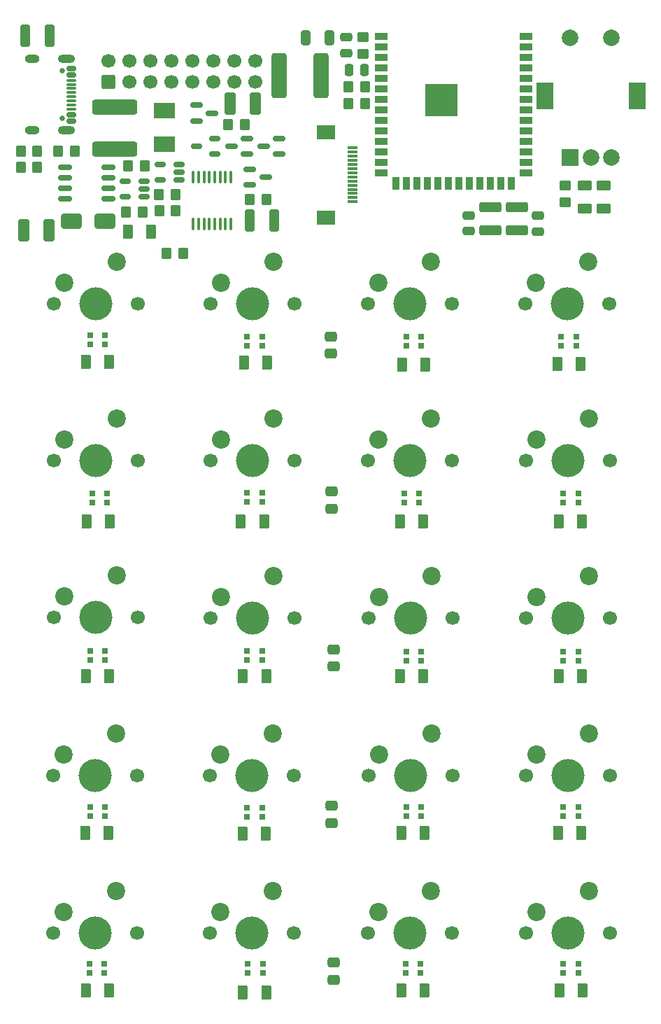
<source format=gbr>
%TF.GenerationSoftware,KiCad,Pcbnew,8.0.8-8.0.8-0~ubuntu22.04.1*%
%TF.CreationDate,2025-02-03T23:53:40+00:00*%
%TF.ProjectId,numcalcium,6e756d63-616c-4636-9975-6d2e6b696361,rev?*%
%TF.SameCoordinates,Original*%
%TF.FileFunction,Soldermask,Top*%
%TF.FilePolarity,Negative*%
%FSLAX46Y46*%
G04 Gerber Fmt 4.6, Leading zero omitted, Abs format (unit mm)*
G04 Created by KiCad (PCBNEW 8.0.8-8.0.8-0~ubuntu22.04.1) date 2025-02-03 23:53:40*
%MOMM*%
%LPD*%
G01*
G04 APERTURE LIST*
G04 Aperture macros list*
%AMRoundRect*
0 Rectangle with rounded corners*
0 $1 Rounding radius*
0 $2 $3 $4 $5 $6 $7 $8 $9 X,Y pos of 4 corners*
0 Add a 4 corners polygon primitive as box body*
4,1,4,$2,$3,$4,$5,$6,$7,$8,$9,$2,$3,0*
0 Add four circle primitives for the rounded corners*
1,1,$1+$1,$2,$3*
1,1,$1+$1,$4,$5*
1,1,$1+$1,$6,$7*
1,1,$1+$1,$8,$9*
0 Add four rect primitives between the rounded corners*
20,1,$1+$1,$2,$3,$4,$5,0*
20,1,$1+$1,$4,$5,$6,$7,0*
20,1,$1+$1,$6,$7,$8,$9,0*
20,1,$1+$1,$8,$9,$2,$3,0*%
G04 Aperture macros list end*
%ADD10RoundRect,0.250000X0.600000X-0.600000X0.600000X0.600000X-0.600000X0.600000X-0.600000X-0.600000X0*%
%ADD11C,1.700000*%
%ADD12R,2.000000X2.000000*%
%ADD13C,2.000000*%
%ADD14R,2.000000X3.200000*%
%ADD15C,4.000000*%
%ADD16C,2.200000*%
%ADD17R,0.700000X0.700000*%
%ADD18RoundRect,0.150000X0.512500X0.150000X-0.512500X0.150000X-0.512500X-0.150000X0.512500X-0.150000X0*%
%ADD19RoundRect,0.250000X0.375000X0.625000X-0.375000X0.625000X-0.375000X-0.625000X0.375000X-0.625000X0*%
%ADD20RoundRect,0.250000X-0.350000X-0.450000X0.350000X-0.450000X0.350000X0.450000X-0.350000X0.450000X0*%
%ADD21RoundRect,0.100000X0.100000X-0.637500X0.100000X0.637500X-0.100000X0.637500X-0.100000X-0.637500X0*%
%ADD22RoundRect,0.250000X0.650000X2.450000X-0.650000X2.450000X-0.650000X-2.450000X0.650000X-2.450000X0*%
%ADD23RoundRect,0.250000X0.350000X0.450000X-0.350000X0.450000X-0.350000X-0.450000X0.350000X-0.450000X0*%
%ADD24RoundRect,0.250000X0.475000X-0.337500X0.475000X0.337500X-0.475000X0.337500X-0.475000X-0.337500X0*%
%ADD25RoundRect,0.250000X0.412500X1.100000X-0.412500X1.100000X-0.412500X-1.100000X0.412500X-1.100000X0*%
%ADD26RoundRect,0.250000X-0.475000X0.250000X-0.475000X-0.250000X0.475000X-0.250000X0.475000X0.250000X0*%
%ADD27RoundRect,0.150000X0.587500X0.150000X-0.587500X0.150000X-0.587500X-0.150000X0.587500X-0.150000X0*%
%ADD28RoundRect,0.250000X0.625000X-0.375000X0.625000X0.375000X-0.625000X0.375000X-0.625000X-0.375000X0*%
%ADD29RoundRect,0.250000X-0.375000X-0.625000X0.375000X-0.625000X0.375000X0.625000X-0.375000X0.625000X0*%
%ADD30RoundRect,0.250000X0.325000X0.650000X-0.325000X0.650000X-0.325000X-0.650000X0.325000X-0.650000X0*%
%ADD31RoundRect,0.150000X-0.587500X-0.150000X0.587500X-0.150000X0.587500X0.150000X-0.587500X0.150000X0*%
%ADD32C,0.650000*%
%ADD33RoundRect,0.150000X-0.425000X0.150000X-0.425000X-0.150000X0.425000X-0.150000X0.425000X0.150000X0*%
%ADD34RoundRect,0.075000X-0.500000X0.075000X-0.500000X-0.075000X0.500000X-0.075000X0.500000X0.075000X0*%
%ADD35O,2.100000X1.000000*%
%ADD36O,1.800000X1.000000*%
%ADD37R,2.500000X1.900000*%
%ADD38R,1.500000X0.900000*%
%ADD39R,0.900000X1.500000*%
%ADD40C,0.600000*%
%ADD41R,3.900000X3.900000*%
%ADD42RoundRect,0.250000X1.000000X0.650000X-1.000000X0.650000X-1.000000X-0.650000X1.000000X-0.650000X0*%
%ADD43RoundRect,0.250000X1.075000X-0.375000X1.075000X0.375000X-1.075000X0.375000X-1.075000X-0.375000X0*%
%ADD44RoundRect,0.250000X0.325000X1.100000X-0.325000X1.100000X-0.325000X-1.100000X0.325000X-1.100000X0*%
%ADD45RoundRect,0.250000X-0.412500X-1.100000X0.412500X-1.100000X0.412500X1.100000X-0.412500X1.100000X0*%
%ADD46RoundRect,0.250000X-0.450000X0.350000X-0.450000X-0.350000X0.450000X-0.350000X0.450000X0.350000X0*%
%ADD47RoundRect,0.250000X-2.450000X0.650000X-2.450000X-0.650000X2.450000X-0.650000X2.450000X0.650000X0*%
%ADD48RoundRect,0.150000X0.675000X0.150000X-0.675000X0.150000X-0.675000X-0.150000X0.675000X-0.150000X0*%
%ADD49RoundRect,0.250000X-1.075000X0.375000X-1.075000X-0.375000X1.075000X-0.375000X1.075000X0.375000X0*%
%ADD50RoundRect,0.250000X0.250000X0.475000X-0.250000X0.475000X-0.250000X-0.475000X0.250000X-0.475000X0*%
%ADD51R,1.300000X0.300000*%
%ADD52R,2.200000X1.800000*%
G04 APERTURE END LIST*
D10*
%TO.C,J7*%
X11192000Y-4520843D03*
D11*
X11192000Y-1980843D03*
X13732000Y-4520843D03*
X13732000Y-1980843D03*
X16272000Y-4520843D03*
X16272000Y-1980843D03*
X18812000Y-4520843D03*
X18812000Y-1980843D03*
X21352000Y-4520843D03*
X21352000Y-1980843D03*
X23892000Y-4520843D03*
X23892000Y-1980843D03*
X26432000Y-4520843D03*
X26432000Y-1980843D03*
X28972000Y-4520843D03*
X28972000Y-1980843D03*
%TD*%
D12*
%TO.C,SW21*%
X67071603Y-13716567D03*
D13*
X72071603Y-13716567D03*
X69571603Y-13716567D03*
D14*
X63971603Y-6216567D03*
X75171603Y-6216567D03*
D13*
X72071603Y783433D03*
X67071603Y783433D03*
%TD*%
D11*
%TO.C,SW11*%
X42650000Y-69363000D03*
D15*
X47730000Y-69363000D03*
D11*
X52810000Y-69363000D03*
D16*
X50270000Y-64283000D03*
X43920000Y-66823000D03*
%TD*%
D11*
%TO.C,SW13*%
X4595000Y-50314000D03*
D15*
X9675000Y-50314000D03*
D11*
X14755000Y-50314000D03*
D16*
X12215000Y-45234000D03*
X5865000Y-47774000D03*
%TD*%
D11*
%TO.C,SW9*%
X4535000Y-69329000D03*
D15*
X9615000Y-69329000D03*
D11*
X14695000Y-69329000D03*
D16*
X12155000Y-64249000D03*
X5805000Y-66789000D03*
%TD*%
D11*
%TO.C,SW8*%
X61700000Y-88413000D03*
D15*
X66780000Y-88413000D03*
D11*
X71860000Y-88413000D03*
D16*
X69320000Y-83333000D03*
X62970000Y-85873000D03*
%TD*%
%TO.C,SW4*%
X62982000Y-104924000D03*
X69332000Y-102384000D03*
D11*
X71872000Y-107464000D03*
D15*
X66792000Y-107464000D03*
D11*
X61712000Y-107464000D03*
%TD*%
%TO.C,SW15*%
X42568000Y-50314000D03*
D15*
X47648000Y-50314000D03*
D11*
X52728000Y-50314000D03*
D16*
X50188000Y-45234000D03*
X43838000Y-47774000D03*
%TD*%
D11*
%TO.C,SW16*%
X61745000Y-50314000D03*
D15*
X66825000Y-50314000D03*
D11*
X71905000Y-50314000D03*
D16*
X69365000Y-45234000D03*
X63015000Y-47774000D03*
%TD*%
D11*
%TO.C,SW18*%
X23518000Y-31391000D03*
D15*
X28598000Y-31391000D03*
D11*
X33678000Y-31391000D03*
D16*
X31138000Y-26311000D03*
X24788000Y-28851000D03*
%TD*%
D11*
%TO.C,SW19*%
X42568000Y-31391000D03*
D15*
X47648000Y-31391000D03*
D11*
X52728000Y-31391000D03*
D16*
X50188000Y-26311000D03*
X43838000Y-28851000D03*
%TD*%
%TO.C,SW1*%
X5778000Y-104924000D03*
X12128000Y-102384000D03*
D11*
X14668000Y-107464000D03*
D15*
X9588000Y-107464000D03*
D11*
X4508000Y-107464000D03*
%TD*%
%TO.C,SW7*%
X42650000Y-88413000D03*
D15*
X47730000Y-88413000D03*
D11*
X52810000Y-88413000D03*
D16*
X50270000Y-83333000D03*
X43920000Y-85873000D03*
%TD*%
D11*
%TO.C,SW10*%
X23518000Y-69363000D03*
D15*
X28598000Y-69363000D03*
D11*
X33678000Y-69363000D03*
D16*
X31138000Y-64283000D03*
X24788000Y-66823000D03*
%TD*%
%TO.C,SW3*%
X43878000Y-104924000D03*
X50228000Y-102384000D03*
D11*
X52768000Y-107464000D03*
D15*
X47688000Y-107464000D03*
D11*
X42608000Y-107464000D03*
%TD*%
%TO.C,SW12*%
X61745000Y-69364000D03*
D15*
X66825000Y-69364000D03*
D11*
X71905000Y-69364000D03*
D16*
X69365000Y-64284000D03*
X63015000Y-66824000D03*
%TD*%
D11*
%TO.C,SW14*%
X23518000Y-50314000D03*
D15*
X28598000Y-50314000D03*
D11*
X33678000Y-50314000D03*
D16*
X31138000Y-45234000D03*
X24788000Y-47774000D03*
%TD*%
D11*
%TO.C,SW6*%
X23473000Y-88413000D03*
D15*
X28553000Y-88413000D03*
D11*
X33633000Y-88413000D03*
D16*
X31093000Y-83333000D03*
X24743000Y-85873000D03*
%TD*%
%TO.C,SW2*%
X24755000Y-104924000D03*
X31105000Y-102384000D03*
D11*
X33645000Y-107464000D03*
D15*
X28565000Y-107464000D03*
D11*
X23485000Y-107464000D03*
%TD*%
%TO.C,SW17*%
X4595000Y-31391000D03*
D15*
X9675000Y-31391000D03*
D11*
X14755000Y-31391000D03*
D16*
X12215000Y-26311000D03*
X5865000Y-28851000D03*
%TD*%
D11*
%TO.C,SW20*%
X61658000Y-31391000D03*
D15*
X66738000Y-31391000D03*
D11*
X71818000Y-31391000D03*
D16*
X69278000Y-26311000D03*
X62928000Y-28851000D03*
%TD*%
D11*
%TO.C,SW5*%
X4508000Y-88414000D03*
D15*
X9588000Y-88414000D03*
D11*
X14668000Y-88414000D03*
D16*
X12128000Y-83334000D03*
X5778000Y-85874000D03*
%TD*%
D17*
%TO.C,D38*%
X27952879Y-36410843D03*
X27952879Y-35310843D03*
X29782879Y-35310843D03*
X29782879Y-36410843D03*
%TD*%
D18*
%TO.C,U1*%
X15501379Y-18430843D03*
X15501379Y-17480843D03*
X15501379Y-16530843D03*
X13226379Y-16530843D03*
X13226379Y-18430843D03*
%TD*%
D19*
%TO.C,D1*%
X11265879Y-114416843D03*
X8465879Y-114416843D03*
%TD*%
D20*
%TO.C,R10*%
X28292000Y-18764000D03*
X30292000Y-18764000D03*
%TD*%
D21*
%TO.C,U3*%
X21432879Y-16018343D03*
X22082879Y-16018343D03*
X22732879Y-16018343D03*
X23382879Y-16018343D03*
X24032879Y-16018343D03*
X24682879Y-16018343D03*
X25332879Y-16018343D03*
X25982879Y-16018343D03*
X25982879Y-21743343D03*
X25332879Y-21743343D03*
X24682879Y-21743343D03*
X24032879Y-21743343D03*
X23382879Y-21743343D03*
X22732879Y-21743343D03*
X22082879Y-21743343D03*
X21432879Y-21743343D03*
%TD*%
D22*
%TO.C,C6*%
X36947479Y-3788043D03*
X31847479Y-3788043D03*
%TD*%
D23*
%TO.C,R17*%
X2555879Y-14862443D03*
X555879Y-14862443D03*
%TD*%
D24*
%TO.C,C17*%
X38457879Y-75238343D03*
X38457879Y-73163343D03*
%TD*%
D20*
%TO.C,R5*%
X40215879Y-7116843D03*
X42215879Y-7116843D03*
%TD*%
D19*
%TO.C,D4*%
X68565879Y-114416843D03*
X65765879Y-114416843D03*
%TD*%
%TO.C,D20*%
X68315879Y-38616843D03*
X65515879Y-38616843D03*
%TD*%
%TO.C,D5*%
X11165879Y-95416843D03*
X8365879Y-95416843D03*
%TD*%
D17*
%TO.C,D36*%
X66202879Y-55410843D03*
X66202879Y-54310843D03*
X68032879Y-54310843D03*
X68032879Y-55410843D03*
%TD*%
D19*
%TO.C,D9*%
X11265879Y-76416843D03*
X8465879Y-76416843D03*
%TD*%
D25*
%TO.C,C22*%
X890879Y-22480843D03*
X4015879Y-22480843D03*
%TD*%
D19*
%TO.C,D12*%
X68515879Y-76416843D03*
X65715879Y-76416843D03*
%TD*%
%TO.C,D18*%
X30365879Y-38516843D03*
X27565879Y-38516843D03*
%TD*%
D26*
%TO.C,C8*%
X39995479Y870357D03*
X39995479Y-1029643D03*
%TD*%
D27*
%TO.C,Q3*%
X27929500Y-13264000D03*
X27929500Y-11364000D03*
X26054500Y-12314000D03*
%TD*%
D17*
%TO.C,D40*%
X65952879Y-36410843D03*
X65952879Y-35310843D03*
X67782879Y-35310843D03*
X67782879Y-36410843D03*
%TD*%
D28*
%TO.C,D46*%
X71107879Y-19880843D03*
X71107879Y-17080843D03*
%TD*%
D29*
%TO.C,D44*%
X13507879Y-22680843D03*
X16307879Y-22680843D03*
%TD*%
D19*
%TO.C,D10*%
X30265879Y-76416843D03*
X27465879Y-76416843D03*
%TD*%
D17*
%TO.C,D39*%
X47202879Y-36410843D03*
X47202879Y-35310843D03*
X49032879Y-35310843D03*
X49032879Y-36410843D03*
%TD*%
D24*
%TO.C,C18*%
X38192000Y-94180843D03*
X38192000Y-92105843D03*
%TD*%
%TO.C,C14*%
X38092000Y-37385843D03*
X38092000Y-35310843D03*
%TD*%
D30*
%TO.C,C7*%
X37967000Y836000D03*
X35017000Y836000D03*
%TD*%
D31*
%TO.C,Q1*%
X21854500Y-7351500D03*
X21854500Y-9251500D03*
X23729500Y-8301500D03*
%TD*%
D32*
%TO.C,J6*%
X5587879Y-3190843D03*
X5587879Y-8970843D03*
D33*
X6662879Y-2880843D03*
X6662879Y-3680843D03*
D34*
X6662879Y-4830843D03*
X6662879Y-5830843D03*
X6662879Y-6330843D03*
X6662879Y-7330843D03*
D33*
X6662879Y-8480843D03*
X6662879Y-9280843D03*
X6662879Y-9280843D03*
X6662879Y-8480843D03*
D34*
X6662879Y-7830843D03*
X6662879Y-6830843D03*
X6662879Y-5330843D03*
X6662879Y-4330843D03*
D33*
X6662879Y-3680843D03*
X6662879Y-2880843D03*
D35*
X6087879Y-1760843D03*
D36*
X1907879Y-1760843D03*
D35*
X6087879Y-10400843D03*
D36*
X1907879Y-10400843D03*
%TD*%
D37*
%TO.C,L1*%
X17907879Y-12080843D03*
X17907879Y-7980843D03*
%TD*%
D19*
%TO.C,D16*%
X68515879Y-57716843D03*
X65715879Y-57716843D03*
%TD*%
D38*
%TO.C,U4*%
X44217668Y957277D03*
X44217668Y-312723D03*
X44217668Y-1582723D03*
X44217668Y-2852723D03*
X44217668Y-4122723D03*
X44217668Y-5392723D03*
X44217668Y-6662723D03*
X44217668Y-7932723D03*
X44217668Y-9202723D03*
X44217668Y-10472723D03*
X44217668Y-11742723D03*
X44217668Y-13012723D03*
X44217668Y-14282723D03*
X44217668Y-15552723D03*
D39*
X45982668Y-16802723D03*
X47252668Y-16802723D03*
X48522668Y-16802723D03*
X49792668Y-16802723D03*
X51062668Y-16802723D03*
X52332668Y-16802723D03*
X53602668Y-16802723D03*
X54872668Y-16802723D03*
X56142668Y-16802723D03*
X57412668Y-16802723D03*
X58682668Y-16802723D03*
X59952668Y-16802723D03*
D38*
X61717668Y-15552723D03*
X61717668Y-14282723D03*
X61717668Y-13012723D03*
X61717668Y-11742723D03*
X61717668Y-10472723D03*
X61717668Y-9202723D03*
X61717668Y-7932723D03*
X61717668Y-6662723D03*
X61717668Y-5392723D03*
X61717668Y-4122723D03*
X61717668Y-2852723D03*
X61717668Y-1582723D03*
X61717668Y-312723D03*
X61717668Y957277D03*
D40*
X50067668Y-6062723D03*
X50067668Y-7462723D03*
X50767668Y-5362723D03*
X50767668Y-6762723D03*
X50767668Y-8162723D03*
X51467668Y-6062723D03*
D41*
X51467668Y-6762723D03*
D40*
X51467668Y-7462723D03*
X52167668Y-5362723D03*
X52167668Y-6762723D03*
X52167668Y-8162723D03*
X52867668Y-6062723D03*
X52867668Y-7462723D03*
%TD*%
D19*
%TO.C,D6*%
X30215879Y-95480843D03*
X27415879Y-95480843D03*
%TD*%
D42*
%TO.C,D43*%
X10707879Y-21380843D03*
X6707879Y-21380843D03*
%TD*%
D17*
%TO.C,D30*%
X27957879Y-74468343D03*
X27957879Y-73368343D03*
X29787879Y-73368343D03*
X29787879Y-74468343D03*
%TD*%
D23*
%TO.C,R16*%
X2555879Y-12887923D03*
X555879Y-12887923D03*
%TD*%
D19*
%TO.C,D11*%
X49265879Y-76416843D03*
X46465879Y-76416843D03*
%TD*%
D23*
%TO.C,R8*%
X19336779Y-20108843D03*
X17336779Y-20108843D03*
%TD*%
D43*
%TO.C,L2*%
X57392000Y-22464000D03*
X57392000Y-19664000D03*
%TD*%
D19*
%TO.C,D13*%
X11365879Y-57716843D03*
X8565879Y-57716843D03*
%TD*%
D44*
%TO.C,C1*%
X1131679Y1088757D03*
X4081679Y1088757D03*
%TD*%
D31*
%TO.C,Q6*%
X28317000Y-15114000D03*
X28317000Y-17014000D03*
X30192000Y-16064000D03*
%TD*%
D45*
%TO.C,C3*%
X25867000Y-7114000D03*
X28992000Y-7114000D03*
%TD*%
D17*
%TO.C,D34*%
X27952879Y-55310843D03*
X27952879Y-54210843D03*
X29782879Y-54210843D03*
X29782879Y-55310843D03*
%TD*%
D46*
%TO.C,R12*%
X66434279Y-17081843D03*
X66434279Y-19081843D03*
%TD*%
D23*
%TO.C,R3*%
X15551379Y-14730843D03*
X13551379Y-14730843D03*
%TD*%
D19*
%TO.C,D8*%
X68415879Y-95416843D03*
X65615879Y-95416843D03*
%TD*%
D47*
%TO.C,C2*%
X11907879Y-7537243D03*
X11907879Y-12637243D03*
%TD*%
D28*
%TO.C,D45*%
X68801668Y-19878123D03*
X68801668Y-17078123D03*
%TD*%
D24*
%TO.C,C19*%
X38457879Y-113130843D03*
X38457879Y-111055843D03*
%TD*%
D17*
%TO.C,D33*%
X9202879Y-55410843D03*
X9202879Y-54310843D03*
X11032879Y-54310843D03*
X11032879Y-55410843D03*
%TD*%
%TO.C,D37*%
X8952879Y-36310843D03*
X8952879Y-35210843D03*
X10782879Y-35210843D03*
X10782879Y-36310843D03*
%TD*%
D48*
%TO.C,Q5*%
X11193379Y-18690843D03*
X11193379Y-17420843D03*
X11193379Y-16150843D03*
X11193379Y-14880843D03*
X5943379Y-14880843D03*
X5943379Y-16150843D03*
X5943379Y-17420843D03*
X5943379Y-18690843D03*
%TD*%
D20*
%TO.C,R26*%
X5107879Y-12880843D03*
X7107879Y-12880843D03*
%TD*%
D44*
%TO.C,C5*%
X31217000Y-21314000D03*
X28267000Y-21314000D03*
%TD*%
D19*
%TO.C,D2*%
X30265879Y-114666843D03*
X27465879Y-114666843D03*
%TD*%
D17*
%TO.C,D21*%
X10702879Y-112310843D03*
X10702879Y-111210843D03*
X8872879Y-111210843D03*
X8872879Y-112310843D03*
%TD*%
D23*
%TO.C,R4*%
X15307879Y-20280843D03*
X13307879Y-20280843D03*
%TD*%
D49*
%TO.C,L3*%
X60592000Y-19664000D03*
X60592000Y-22464000D03*
%TD*%
D18*
%TO.C,U5*%
X24079500Y-13264000D03*
X24079500Y-11364000D03*
X21804500Y-12314000D03*
%TD*%
%TO.C,U2*%
X19682979Y-16399343D03*
X19682979Y-15449343D03*
X19682979Y-14499343D03*
X17407979Y-14499343D03*
X17407979Y-16399343D03*
%TD*%
D17*
%TO.C,D35*%
X46952879Y-55410843D03*
X46952879Y-54310843D03*
X48782879Y-54310843D03*
X48782879Y-55410843D03*
%TD*%
%TO.C,D26*%
X29782879Y-93410843D03*
X29782879Y-92310843D03*
X27952879Y-92310843D03*
X27952879Y-93410843D03*
%TD*%
D19*
%TO.C,D19*%
X49565879Y-38766843D03*
X46765879Y-38766843D03*
%TD*%
D17*
%TO.C,D31*%
X47207879Y-74568343D03*
X47207879Y-73468343D03*
X49037879Y-73468343D03*
X49037879Y-74568343D03*
%TD*%
D23*
%TO.C,R9*%
X19285979Y-18126643D03*
X17285979Y-18126643D03*
%TD*%
D20*
%TO.C,R1*%
X18192000Y-25264000D03*
X20192000Y-25264000D03*
%TD*%
D19*
%TO.C,D14*%
X30015879Y-57716843D03*
X27215879Y-57716843D03*
%TD*%
%TO.C,D17*%
X11265879Y-38366843D03*
X8465879Y-38366843D03*
%TD*%
D50*
%TO.C,C4*%
X42165879Y-3116843D03*
X40265879Y-3116843D03*
%TD*%
D19*
%TO.C,D15*%
X49265879Y-57716843D03*
X46465879Y-57716843D03*
%TD*%
D23*
%TO.C,R7*%
X27642000Y-9664000D03*
X25642000Y-9664000D03*
%TD*%
D19*
%TO.C,D7*%
X49415879Y-95416843D03*
X46615879Y-95416843D03*
%TD*%
%TO.C,D3*%
X49415879Y-114416843D03*
X46615879Y-114416843D03*
%TD*%
D51*
%TO.C,J1*%
X40757879Y-12530843D03*
X40757879Y-13030843D03*
X40757879Y-13530843D03*
X40757879Y-14030843D03*
X40757879Y-14530843D03*
X40757879Y-15030843D03*
X40757879Y-15530843D03*
X40757879Y-16030843D03*
X40757879Y-16530843D03*
X40757879Y-17030843D03*
X40757879Y-17530843D03*
X40757879Y-18030843D03*
X40757879Y-18530843D03*
X40757879Y-19030843D03*
D52*
X37507879Y-10630843D03*
X37507879Y-20930843D03*
%TD*%
D23*
%TO.C,R6*%
X42215879Y-5116843D03*
X40215879Y-5116843D03*
%TD*%
D26*
%TO.C,C21*%
X54792000Y-20664000D03*
X54792000Y-22564000D03*
%TD*%
D17*
%TO.C,D29*%
X10787879Y-74468343D03*
X10787879Y-73368343D03*
X8957879Y-73368343D03*
X8957879Y-74468343D03*
%TD*%
D46*
%TO.C,R14*%
X41976679Y853557D03*
X41976679Y-1146443D03*
%TD*%
D26*
%TO.C,C20*%
X63192000Y-20714000D03*
X63192000Y-22614000D03*
%TD*%
D24*
%TO.C,C16*%
X38192000Y-56155843D03*
X38192000Y-54080843D03*
%TD*%
D17*
%TO.C,D32*%
X66207879Y-74568343D03*
X66207879Y-73468343D03*
X68037879Y-73468343D03*
X68037879Y-74568343D03*
%TD*%
D27*
%TO.C,Q2*%
X31829500Y-13264000D03*
X31829500Y-11364000D03*
X29954500Y-12314000D03*
%TD*%
D17*
%TO.C,D24*%
X66202879Y-112310843D03*
X66202879Y-111210843D03*
X68032879Y-111210843D03*
X68032879Y-112310843D03*
%TD*%
%TO.C,D28*%
X66202879Y-93310843D03*
X66202879Y-92210843D03*
X68032879Y-92210843D03*
X68032879Y-93310843D03*
%TD*%
%TO.C,D27*%
X47202879Y-93310843D03*
X47202879Y-92210843D03*
X49032879Y-92210843D03*
X49032879Y-93310843D03*
%TD*%
%TO.C,D25*%
X8952879Y-93310843D03*
X8952879Y-92210843D03*
X10782879Y-92210843D03*
X10782879Y-93310843D03*
%TD*%
%TO.C,D23*%
X47122879Y-112310843D03*
X47122879Y-111210843D03*
X48952879Y-111210843D03*
X48952879Y-112310843D03*
%TD*%
%TO.C,D22*%
X29867879Y-112310843D03*
X29867879Y-111210843D03*
X28037879Y-111210843D03*
X28037879Y-112310843D03*
%TD*%
M02*

</source>
